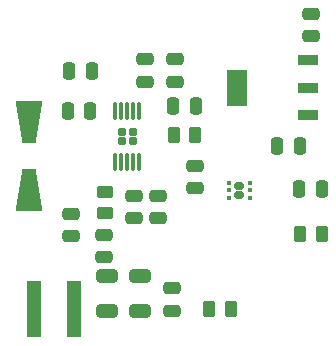
<source format=gbr>
%TF.GenerationSoftware,KiCad,Pcbnew,8.0.8+dfsg-1*%
%TF.CreationDate,2025-08-13T01:43:47+05:30*%
%TF.ProjectId,sanket,73616e6b-6574-42e6-9b69-6361645f7063,6*%
%TF.SameCoordinates,Original*%
%TF.FileFunction,Paste,Bot*%
%TF.FilePolarity,Positive*%
%FSLAX46Y46*%
G04 Gerber Fmt 4.6, Leading zero omitted, Abs format (unit mm)*
G04 Created by KiCad (PCBNEW 8.0.8+dfsg-1) date 2025-08-13 01:43:47*
%MOMM*%
%LPD*%
G01*
G04 APERTURE LIST*
G04 Aperture macros list*
%AMRoundRect*
0 Rectangle with rounded corners*
0 $1 Rounding radius*
0 $2 $3 $4 $5 $6 $7 $8 $9 X,Y pos of 4 corners*
0 Add a 4 corners polygon primitive as box body*
4,1,4,$2,$3,$4,$5,$6,$7,$8,$9,$2,$3,0*
0 Add four circle primitives for the rounded corners*
1,1,$1+$1,$2,$3*
1,1,$1+$1,$4,$5*
1,1,$1+$1,$6,$7*
1,1,$1+$1,$8,$9*
0 Add four rect primitives between the rounded corners*
20,1,$1+$1,$2,$3,$4,$5,0*
20,1,$1+$1,$4,$5,$6,$7,0*
20,1,$1+$1,$6,$7,$8,$9,0*
20,1,$1+$1,$8,$9,$2,$3,0*%
%AMOutline4P*
0 Free polygon, 4 corners , with rotation*
0 The origin of the aperture is its center*
0 number of corners: always 4*
0 $1 to $8 corner X, Y*
0 $9 Rotation angle, in degrees counterclockwise*
0 create outline with 4 corners*
4,1,4,$1,$2,$3,$4,$5,$6,$7,$8,$1,$2,$9*%
G04 Aperture macros list end*
%ADD10RoundRect,0.250000X0.475000X-0.250000X0.475000X0.250000X-0.475000X0.250000X-0.475000X-0.250000X0*%
%ADD11RoundRect,0.160000X0.245000X0.160000X-0.245000X0.160000X-0.245000X-0.160000X0.245000X-0.160000X0*%
%ADD12RoundRect,0.093750X0.093750X0.106250X-0.093750X0.106250X-0.093750X-0.106250X0.093750X-0.106250X0*%
%ADD13R,1.761200X0.850800*%
%ADD14R,1.761200X3.150799*%
%ADD15RoundRect,0.250000X-0.475000X0.250000X-0.475000X-0.250000X0.475000X-0.250000X0.475000X0.250000X0*%
%ADD16R,1.300000X4.800000*%
%ADD17RoundRect,0.250000X-0.650000X0.325000X-0.650000X-0.325000X0.650000X-0.325000X0.650000X0.325000X0*%
%ADD18Outline4P,-1.800000X-1.150000X1.800000X-0.550000X1.800000X0.550000X-1.800000X1.150000X90.000000*%
%ADD19Outline4P,-1.800000X-1.150000X1.800000X-0.550000X1.800000X0.550000X-1.800000X1.150000X270.000000*%
%ADD20RoundRect,0.250000X-0.250000X-0.475000X0.250000X-0.475000X0.250000X0.475000X-0.250000X0.475000X0*%
%ADD21RoundRect,0.250000X0.250000X0.475000X-0.250000X0.475000X-0.250000X-0.475000X0.250000X-0.475000X0*%
%ADD22RoundRect,0.157500X-0.222500X0.157500X-0.222500X-0.157500X0.222500X-0.157500X0.222500X0.157500X0*%
%ADD23RoundRect,0.075000X-0.075000X0.650000X-0.075000X-0.650000X0.075000X-0.650000X0.075000X0.650000X0*%
%ADD24RoundRect,0.250000X-0.262500X-0.450000X0.262500X-0.450000X0.262500X0.450000X-0.262500X0.450000X0*%
%ADD25RoundRect,0.250000X-0.450000X0.262500X-0.450000X-0.262500X0.450000X-0.262500X0.450000X0.262500X0*%
G04 APERTURE END LIST*
D10*
%TO.C,C6*%
X110461100Y-79632599D03*
X110461100Y-77732601D03*
%TD*%
D11*
%TO.C,U4*%
X121891100Y-74396600D03*
X121891100Y-73596600D03*
D12*
X122778600Y-73346600D03*
X122778600Y-73996600D03*
X122778600Y-74646600D03*
X121003600Y-74646600D03*
X121003600Y-73996600D03*
X121003600Y-73346600D03*
%TD*%
D13*
%TO.C,U1*%
X127710100Y-62984101D03*
X127710100Y-65284101D03*
X127710100Y-67584101D03*
D14*
X121660100Y-65284101D03*
%TD*%
D15*
%TO.C,R7*%
X113908146Y-62898600D03*
X113908146Y-64798600D03*
%TD*%
D16*
%TO.C,L1*%
X104527629Y-84065429D03*
X107877629Y-84065429D03*
%TD*%
D17*
%TO.C,C10*%
X110715100Y-81271599D03*
X110715100Y-84221601D03*
%TD*%
D15*
%TO.C,R15*%
X113001100Y-74430601D03*
X113001100Y-76330599D03*
%TD*%
D18*
%TO.C,D1*%
X104111100Y-73962600D03*
D19*
X104111100Y-68162600D03*
%TD*%
D10*
%TO.C,R14*%
X115033100Y-76330600D03*
X115033100Y-74430600D03*
%TD*%
D20*
%TO.C,R4*%
X125106700Y-70249800D03*
X127006700Y-70249800D03*
%TD*%
D15*
%TO.C,C12*%
X118131900Y-71926200D03*
X118131900Y-73826200D03*
%TD*%
D21*
%TO.C,C7*%
X128876100Y-73857600D03*
X126976100Y-73857600D03*
%TD*%
D22*
%TO.C,U3*%
X112878146Y-69058600D03*
X111938146Y-69058600D03*
X112878146Y-69838600D03*
X111938146Y-69838600D03*
D23*
X111408146Y-67298600D03*
X111908146Y-67298600D03*
X112408146Y-67298600D03*
X112908146Y-67298600D03*
X113408146Y-67298600D03*
X113408146Y-71598600D03*
X112908146Y-71598600D03*
X112408146Y-71598600D03*
X111908146Y-71598600D03*
X111408146Y-71598600D03*
%TD*%
D24*
%TO.C,R9*%
X116348995Y-69282929D03*
X118173995Y-69282929D03*
%TD*%
D21*
%TO.C,C4*%
X118211495Y-66878378D03*
X116311495Y-66878378D03*
%TD*%
D17*
%TO.C,C9*%
X113509100Y-81271599D03*
X113509100Y-84221601D03*
%TD*%
D20*
%TO.C,C3*%
X107494300Y-63899800D03*
X109394300Y-63899800D03*
%TD*%
D10*
%TO.C,R3*%
X127987100Y-60938199D03*
X127987100Y-59038201D03*
%TD*%
D15*
%TO.C,C11*%
X116212318Y-82271446D03*
X116212318Y-84171444D03*
%TD*%
D10*
%TO.C,R8*%
X116408146Y-64798600D03*
X116408146Y-62898600D03*
%TD*%
D24*
%TO.C,R13*%
X119327600Y-84016600D03*
X121152600Y-84016600D03*
%TD*%
D21*
%TO.C,C8*%
X109252100Y-67252600D03*
X107352100Y-67252600D03*
%TD*%
D10*
%TO.C,C5*%
X107667100Y-77854599D03*
X107667100Y-75954601D03*
%TD*%
D24*
%TO.C,R12*%
X127074600Y-77666600D03*
X128899600Y-77666600D03*
%TD*%
D25*
%TO.C,R10*%
X110514174Y-74114248D03*
X110514174Y-75939248D03*
%TD*%
M02*

</source>
